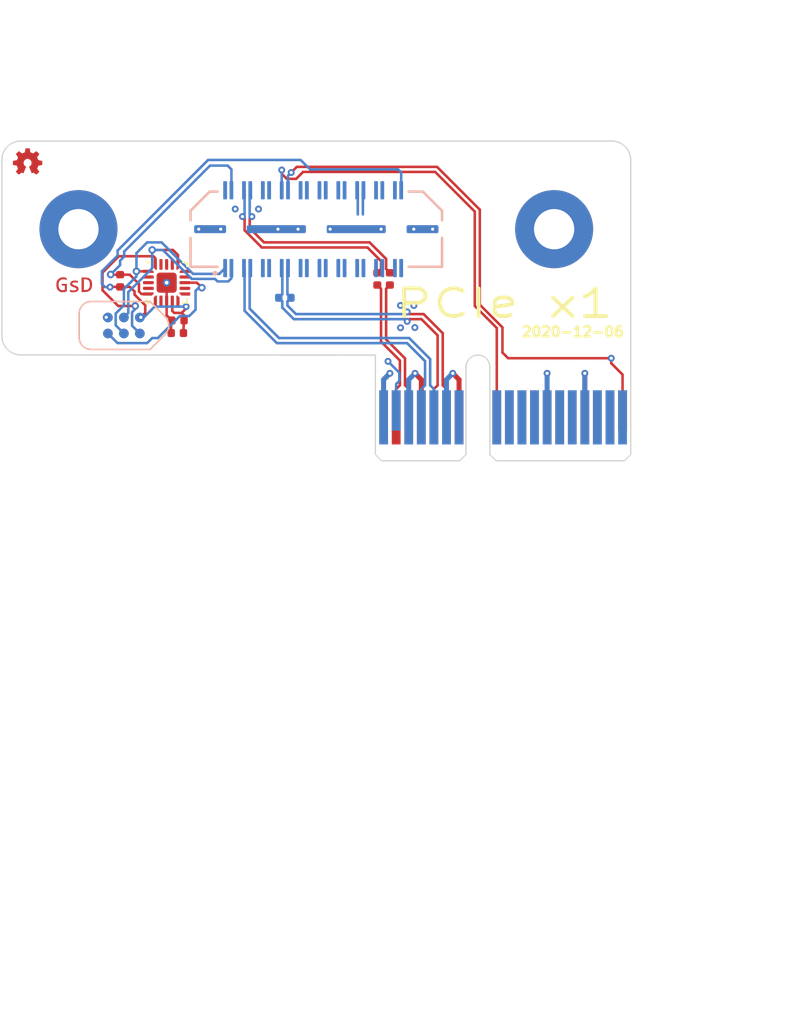
<source format=kicad_pcb>
(kicad_pcb (version 20221018) (generator pcbnew)
  (title_block (title "SYZYGY PCIe x1") (date "2020-12-06") (rev "r1.0") (company "GsD - @gregdavill"))
  (layers (0 "F.Cu" signal) (1 "In1.Cu" power) (2 "In2.Cu" signal) (31 "B.Cu" signal) (34 "B.Paste" user) (35 "F.Paste" user) (36 "B.SilkS" user "B.Silkscreen") (37 "F.SilkS" user "F.Silkscreen") (38 "B.Mask" user) (39 "F.Mask" user) (44 "Edge.Cuts" user))
  (net 0 "")
  (net 1 "GND")
  (net 2 "+3V3")
  (net 3 "/Peripheral MCU/MISO")
  (net 4 "/Peripheral MCU/~{RESET}")
  (net 5 "/SCL")
  (net 6 "/SDA")
  (net 7 "/RGA")
  (net 8 "/PER0_P")
  (net 9 "/VCCIO")
  (net 10 "/_PER0_P")
  (net 11 "Net-(J1-Pad19)")
  (net 12 "Net-(J1-Pad21)")
  (net 13 "Net-(J1-Pad23)")
  (net 14 "Net-(J1-Pad29)")
  (net 15 "/PET0_P")
  (net 16 "/PET0_N")
  (net 17 "Net-(J1-Pad30)")
  (net 18 "Net-(J1-Pad38)")
  (net 19 "Net-(J1-Pad37)")
  (net 20 "Net-(J1-Pad34)")
  (net 21 "Net-(J1-Pad31)")
  (net 22 "Net-(J1-Pad32)")
  (net 23 "Net-(J1-Pad9)")
  (net 24 "Net-(J1-Pad24)")
  (net 25 "Net-(J1-Pad22)")
  (net 26 "Net-(J1-Pad20)")
  (net 27 "Net-(J1-Pad18)")
  (net 28 "Net-(J1-Pad17)")
  (net 29 "Net-(J1-Pad10)")
  (net 30 "Net-(J1-Pad11)")
  (net 31 "Net-(J1-Pad12)")
  (net 32 "/PRSNT#")
  (net 33 "Net-(U2-Pad2)")
  (net 34 "Net-(U2-Pad3)")
  (net 35 "Net-(U2-Pad4)")
  (net 36 "Net-(U2-Pad11)")
  (net 37 "Net-(U2-Pad12)")
  (net 38 "Net-(U2-Pad14)")
  (net 39 "Net-(U2-Pad15)")
  (net 40 "/PERST#")
  (net 41 "Net-(J1-Pad25)")
  (net 42 "/REFCLK_P")
  (net 43 "/PER0_N")
  (net 44 "/_PER0_N")
  (net 45 "Net-(CN1-PadB1)")
  (net 46 "Net-(CN1-PadB2)")
  (net 47 "Net-(CN1-PadB3)")
  (net 48 "Net-(CN1-PadB5)")
  (net 49 "Net-(CN1-PadB6)")
  (net 50 "Net-(CN1-PadB8)")
  (net 51 "Net-(CN1-PadB9)")
  (net 52 "Net-(CN1-PadB10)")
  (net 53 "Net-(CN1-PadB11)")
  (net 54 "Net-(CN1-PadB12)")
  (net 55 "Net-(CN1-PadA2)")
  (net 56 "Net-(CN1-PadA3)")
  (net 57 "Net-(CN1-PadA5)")
  (net 58 "Net-(CN1-PadA6)")
  (net 59 "Net-(CN1-PadA7)")
  (net 60 "Net-(CN1-PadA8)")
  (net 61 "Net-(CN1-PadA9)")
  (net 62 "Net-(CN1-PadA10)")
  (net 63 "Net-(J1-Pad26)")
  (net 64 "Net-(J1-Pad27)")
  (net 65 "Net-(J1-Pad33)")
  (net 66 "Net-(J1-Pad35)")
  (net 67 "Net-(J1-Pad36)")
  (net 68 "Net-(J1-Pad28)")
  (net 69 "/REFCLK_N")
  (net 70 "+5V")
  (footprint "Package_DFN_QFN:QFN-20-1EP_3x3mm_P0.45mm_EP1.6x1.6mm" (layer "F.Cu") (at 118.1 92.45)
    (fp_text reference "U2" hide)
    (fp_text value "ATtiny44A-MMH" hide)
  )
  (footprint "Resistor_SMD:R_0402_1005Metric" (layer "F.Cu") (at 114.4 92.3 90)
    (fp_text reference "R15" hide)
    (fp_text value "10K" hide)
  )
  (footprint "Capacitor_SMD:C_0402_1005Metric" (layer "F.Cu") (at 119 95.45 180)
    (fp_text reference "C9" hide)
    (fp_text value "0.1uF" hide)
  )
  (footprint "Capacitor_SMD:C_0402_1005Metric" (layer "F.Cu") (at 118.95 96.449999 180)
    (fp_text reference "C10" hide)
    (fp_text value "1uF" hide)
  )
  (footprint "gkl_logos:oshw_small" (layer "F.Cu") (at 107.05 82.85)
    (fp_text reference "G***" hide)
    (fp_text value "LOGO" hide)
  )
  (footprint "Capacitor_SMD:C_0402_1005Metric" (layer "F.Cu") (at 135.85 92.15 -90)
    (fp_text reference "C1" hide)
    (fp_text value "0.1uF" hide)
  )
  (footprint "gkl_logos:gsd_logo_small" (layer "F.Cu") (at 110.75 92.7)
    (fp_text reference "G***" hide)
    (fp_text value "LOGO" hide)
  )
  (footprint "Capacitor_SMD:C_0402_1005Metric" (layer "F.Cu") (at 134.85 92.15 -90)
    (fp_text reference "C6" hide)
    (fp_text value "0.1uF" hide)
  )
  (footprint "pkl_tag_connect:TC2030-NL_SMALL" (layer "B.Cu") (at 114.7 95.85 180)
    (fp_text reference "J3" hide)
    (fp_text value "TagConnect" hide)
  )
  (footprint "gsd-footprints:SYZYGY-TXR-POD" (layer "B.Cu") (at 130 88.2 180)
    (fp_text reference "J1" hide)
    (fp_text value "SYZYGY-TXR-4" hide)
  )
  (footprint "Resistor_SMD:R_0402_1005Metric" (layer "B.Cu") (at 127.5 93.65)
    (fp_text reference "R1" hide)
    (fp_text value "100R" hide)
  )
  (footprint "Connector_PCBEdge:BUS_PCIexpress_x1" (layer "B.Cu") (at 154.35 103.15 180)
    (fp_text reference "CN1" hide)
    (fp_text value "PCIE-x1" hide)
    (fp_line (start -0.65 -2.95) (end -0.15 -3.45) (stroke (width 0.1)) (layer "Edge.Cuts"))
    (fp_line (start -0.65 4.95) (end -0.65 -2.95) (stroke (width 0.1)) (layer "Edge.Cuts"))
    (fp_line (start -0.15 -3.45) (end 10.05 -3.45) (stroke (width 0.1)) (layer "Edge.Cuts"))
    (fp_line (start 10.55 -2.95) (end 10.05 -3.45) (stroke (width 0.1)) (layer "Edge.Cuts"))
    (fp_line (start 10.55 4) (end 10.55 -2.95) (stroke (width 0.1)) (layer "Edge.Cuts"))
    (fp_line (start 12.45 -2.95) (end 12.95 -3.45) (stroke (width 0.1)) (layer "Edge.Cuts"))
    (fp_line (start 12.45 4) (end 12.45 -2.95) (stroke (width 0.1)) (layer "Edge.Cuts"))
    (fp_line (start 12.95 -3.45) (end 19.15 -3.45) (stroke (width 0.1)) (layer "Edge.Cuts"))
    (fp_line (start 19.65 -2.95) (end 19.15 -3.45) (stroke (width 0.1)) (layer "Edge.Cuts"))
    (fp_line (start 19.65 4.95) (end 19.65 -2.95) (stroke (width 0.1)) (layer "Edge.Cuts"))
    (fp_arc (start 12.45 4) (mid 11.5 4.95) (end 10.55 4) (stroke (width 0.1)) (layer "Edge.Cuts"))
  )
  (gr_line (start 106.5 81.2) (end 153.5 81.2) (stroke (width 0.1)) (layer "Edge.Cuts"))
  (gr_line (start 105 96.68934) (end 105 82.7) (stroke (width 0.1)) (layer "Edge.Cuts"))
  (gr_arc (start 105 82.7) (mid 105.43934 81.63934) (end 106.5 81.2) (stroke (width 0.1)) (layer "Edge.Cuts"))
  (gr_arc (start 153.5 81.2) (mid 154.56066 81.63934) (end 155 82.7) (stroke (width 0.1)) (layer "Edge.Cuts"))
  (gr_line (start 155 82.7) (end 155 98.2) (stroke (width 0.1)) (layer "Edge.Cuts"))
  (gr_line (start 134.7 98.2) (end 106.5 98.18934) (stroke (width 0.1)) (layer "Edge.Cuts"))
  (gr_arc (start 106.5 98.18934) (mid 105.43934 97.75) (end 105 96.68934) (stroke (width 0.1)) (layer "Edge.Cuts"))
  (gr_text "2020-12-06\n" (at 150.4 96.35) (layer "F.SilkS") (effects (font (size 0.8 0.8) (thickness 0.2))))
  (gr_text "PCIe x1\n" (at 144.95 94.1) (layer "F.SilkS") (effects (font (size 2.2 2.959) (thickness 0.3))))
  (segment (start 141.35 100.15) (end 141.35 103.15) (width 0.4) (layer "F.Cu") (net 1))
  (segment (start 118.1 93.9) (end 118.1 95.035) (width 0.2) (layer "F.Cu") (net 1))
  (segment (start 118.515 95.45) (end 118.45 95.95) (width 0.2) (layer "F.Cu") (net 1))
  (segment (start 135.35 100.15) (end 135.85 99.65) (width 0.4) (layer "F.Cu") (net 1))
  (segment (start 118.45 95.95) (end 118.465 96.45) (width 0.2) (layer "F.Cu") (net 1))
  (segment (start 151.35 103.15) (end 151.35 99.65) (width 0.4) (layer "F.Cu") (net 1))
  (segment (start 138.35 100.15) (end 138.35 103.15) (width 0.4) (layer "F.Cu") (net 1))
  (segment (start 135.35 103.15) (end 135.35 100.15) (width 0.4) (layer "F.Cu") (net 1))
  (segment (start 118.1 95.035) (end 118.515 95.45) (width 0.2) (layer "F.Cu") (net 1))
  (segment (start 140.85 99.65) (end 141.35 100.15) (width 0.4) (layer "F.Cu") (net 1))
  (segment (start 138.35 100.15) (end 137.85 99.65) (width 0.4) (layer "F.Cu") (net 1))
  (segment (start 118.1 92.45) (end 118.1 93.9) (width 0.2) (layer "F.Cu") (net 1))
  (via (at 118.1 92.45) (size 0.6) (drill 0.3) (layers "F.Cu" "B.Cu") (net 1))
  (via (at 113.3 95.2) (size 0.55) (drill 0.25) (layers "F.Cu" "B.Cu") (net 1))
  (via (at 136.69627 94.262916) (size 0.55) (drill 0.25) (layers "F.Cu" "B.Cu") (net 1))
  (via (at 148.35 99.65) (size 0.55) (drill 0.25) (layers "F.Cu" "B.Cu") (net 1))
  (via (at 135.15 88.2) (size 0.55) (drill 0.25) (layers "F.Cu" "B.Cu") (net 1))
  (via (at 125.4032 86.6) (size 0.55) (drill 0.25) (layers "F.Cu" "B.Cu") (net 1))
  (via (at 137.75693 94.262916) (size 0.55) (drill 0.25) (layers "F.Cu" "B.Cu") (net 1))
  (via (at 135.85 99.65) (size 0.55) (drill 0.25) (layers "F.Cu" "B.Cu") (net 1))
  (via (at 122.4 88.2) (size 0.55) (drill 0.25) (layers "F.Cu" "B.Cu") (net 1))
  (via (at 120.65 88.2) (size 0.55) (drill 0.25) (layers "F.Cu" "B.Cu") (net 1))
  (via (at 131.1 88.2) (size 0.55) (drill 0.25) (layers "F.Cu" "B.Cu") (net 1))
  (via (at 128.55 88.2) (size 0.55) (drill 0.25) (layers "F.Cu" "B.Cu") (net 1))
  (via (at 137.8367 96.0133) (size 0.55) (drill 0.25) (layers "F.Cu" "B.Cu") (net 1))
  (via (at 123.5532 86.6) (size 0.55) (drill 0.25) (layers "F.Cu" "B.Cu") (net 1))
  (via (at 137.75 88.2) (size 0.55) (drill 0.25) (layers "F.Cu" "B.Cu") (net 1))
  (via (at 139.25 88.2) (size 0.55) (drill 0.25) (layers "F.Cu" "B.Cu") (net 1))
  (via (at 140.85 99.65) (size 0.55) (drill 0.25) (layers "F.Cu" "B.Cu") (net 1))
  (via (at 136.69627 96.030683) (size 0.55) (drill 0.25) (layers "F.Cu" "B.Cu") (net 1))
  (via (at 137.85 99.65) (size 0.55) (drill 0.25) (layers "F.Cu" "B.Cu") (net 1))
  (via (at 126.95 88.2) (size 0.55) (drill 0.25) (layers "F.Cu" "B.Cu") (net 1))
  (via (at 151.35 99.65) (size 0.55) (drill 0.25) (layers "F.Cu" "B.Cu") (net 1))
  (segment (start 148.35 103.15) (end 148.35 99.65) (width 0.4) (layer "B.Cu") (net 1))
  (segment (start 137.35 100.15) (end 137.85 99.65) (width 0.4) (layer "B.Cu") (net 1))
  (segment (start 140.35 103.15) (end 140.35 100.15) (width 0.4) (layer "B.Cu") (net 1))
  (segment (start 135.35 103.15) (end 135.35 100.15) (width 0.4) (layer "B.Cu") (net 1))
  (segment (start 151.35 103.15) (end 151.35 99.65) (width 0.4) (layer "B.Cu") (net 1))
  (segment (start 135.35 100.15) (end 135.85 99.65) (width 0.4) (layer "B.Cu") (net 1))
  (segment (start 137.35 103.15) (end 137.35 100.15) (width 0.4) (layer "B.Cu") (net 1))
  (segment (start 140.35 100.15) (end 140.85 99.65) (width 0.4) (layer "B.Cu") (net 1))
  (segment (start 119.5 95.05) (end 119.485 95.45) (width 0.2) (layer "F.Cu") (net 2))
  (segment (start 118.55 93.9) (end 118.55 94.7) (width 0.2) (layer "F.Cu") (net 2))
  (segment (start 116.049999 95.2) (end 116.4 94.85) (width 0.2) (layer "F.Cu") (net 2))
  (segment (start 116.4 94.85) (end 116.4 94.25) (width 0.2) (layer "F.Cu") (net 2))
  (segment (start 115.55 93.4) (end 115.55 93.15) (width 0.2) (layer "F.Cu") (net 2))
  (segment (start 113.614999 92.785) (end 113.6 92.8) (width 0.2) (layer "F.Cu") (net 2))
  (segment (start 119.65 94.5) (end 119.65 94.35) (width 0.2) (layer "F.Cu") (net 2))
  (segment (start 118.55 94.7) (end 118.7 94.85) (width 0.2) (layer "F.Cu") (net 2))
  (segment (start 119.3 94.85) (end 119.5 95.05) (width 0.2) (layer "F.Cu") (net 2))
  (segment (start 119.449999 95.95) (end 119.435 96.45) (width 0.2) (layer "F.Cu") (net 2))
  (segment (start 119.3 94.85) (end 119.65 94.5) (width 0.2) (layer "F.Cu") (net 2))
  (segment (start 116.4 94.25) (end 115.55 93.4) (width 0.2) (layer "F.Cu") (net 2))
  (segment (start 114.4 92.785) (end 113.614999 92.785) (width 0.2) (layer "F.Cu") (net 2))
  (segment (start 119.485 95.45) (end 119.449999 95.95) (width 0.2) (layer "F.Cu") (net 2))
  (segment (start 115.185 92.785) (end 114.4 92.785) (width 0.2) (layer "F.Cu") (net 2))
  (segment (start 115.55 93.15) (end 115.185 92.785) (width 0.2) (layer "F.Cu") (net 2))
  (segment (start 118.7 94.85) (end 119.3 94.85) (width 0.2) (layer "F.Cu") (net 2))
  (via (at 119.65 94.35) (size 0.55) (drill 0.25) (layers "F.Cu" "B.Cu") (net 2))
  (via (at 113.6 92.8) (size 0.55) (drill 0.25) (layers "F.Cu" "B.Cu") (net 2))
  (via (at 116.049999 95.2) (size 0.55) (drill 0.25) (layers "F.Cu" "B.Cu") (net 2))
  (segment (start 117.15 94.35) (end 119.65 94.35) (width 0.2) (layer "B.Cu") (net 2))
  (segment (start 116.285 95.215) (end 117.15 94.35) (width 0.2) (layer "B.Cu") (net 2))
  (segment (start 113.2 92.8) (end 113.6 92.8) (width 0.2) (layer "B.Cu") (net 2))
  (segment (start 136.5 83.45) (end 129.5 83.45) (width 0.2) (layer "B.Cu") (net 2))
  (segment (start 118.15 85.95) (end 121.4 82.7) (width 0.2) (layer "B.Cu") (net 2))
  (segment (start 114.2 89.9) (end 114.2 90.3) (width 0.2) (layer "B.Cu") (net 2))
  (segment (start 115.97 95.215) (end 116.285 95.215) (width 0.2) (layer "B.Cu") (net 2))
  (segment (start 136.75 83.7) (end 136.5 83.45) (width 0.2) (layer "B.Cu") (net 2))
  (segment (start 112.95 92.55) (end 113.2 92.8) (width 0.2) (layer "B.Cu") (net 2))
  (segment (start 128.75 82.7) (end 124.85 82.7) (width 0.2) (layer "B.Cu") (net 2))
  (segment (start 114.2 90.3) (end 112.95 91.55) (width 0.2) (layer "B.Cu") (net 2))
  (segment (start 118.15 85.95) (end 114.2 89.9) (width 0.2) (layer "B.Cu") (net 2))
  (segment (start 129.5 83.45) (end 128.75 82.7) (width 0.2) (layer "B.Cu") (net 2))
  (segment (start 121.4 82.7) (end 124.85 82.7) (width 0.2) (layer "B.Cu") (net 2))
  (segment (start 136.75 85.11) (end 136.75 83.7) (width 0.2) (layer "B.Cu") (net 2))
  (segment (start 112.95 91.55) (end 112.95 92.55) (width 0.2) (layer "B.Cu") (net 2))
  (segment (start 113 93.05) (end 113 91.65) (width 0.2) (layer "F.Cu") (net 3))
  (segment (start 114.25 94.3) (end 113 93.05) (width 0.2) (layer "F.Cu") (net 3))
  (segment (start 114.3 90.35) (end 117.05 90.35) (width 0.2) (layer "F.Cu") (net 3))
  (segment (start 117.05 90.35) (end 117.2 90.5) (width 0.2) (layer "F.Cu") (net 3))
  (segment (start 113 91.65) (end 114.3 90.35) (width 0.2) (layer "F.Cu") (net 3))
  (segment (start 117.2 90.5) (end 117.2 91) (width 0.2) (layer "F.Cu") (net 3))
  (segment (start 115.6 94.3) (end 114.25 94.3) (width 0.2) (layer "F.Cu") (net 3))
  (via (at 115.6 94.3) (size 0.6) (drill 0.3) (layers "F.Cu" "B.Cu") (net 3))
  (segment (start 115.35 94.8) (end 115.350001 95.865) (width 0.2) (layer "B.Cu") (net 3))
  (segment (start 115.6 94.55) (end 115.35 94.8) (width 0.2) (layer "B.Cu") (net 3))
  (segment (start 115.350001 95.865) (end 115.97 96.485) (width 0.2) (layer "B.Cu") (net 3))
  (segment (start 115.6 94.3) (end 115.6 94.55) (width 0.2) (layer "B.Cu") (net 3))
  (segment (start 120.9 92.85) (end 120.5 92.45) (width 0.2) (layer "F.Cu") (net 4))
  (segment (start 120.5 92.45) (end 119.55 92.45) (width 0.2) (layer "F.Cu") (net 4))
  (via (at 120.9 92.85) (size 0.6) (drill 0.3) (layers "F.Cu" "B.Cu") (net 4))
  (segment (start 114.195 97.25) (end 113.430001 96.485) (width 0.2) (layer "B.Cu") (net 4))
  (segment (start 119.9 95.1) (end 119.15 95.1) (width 0.2) (layer "B.Cu") (net 4))
  (segment (start 120.4 94.6) (end 119.9 95.1) (width 0.2) (layer "B.Cu") (net 4))
  (segment (start 116.95 96.850001) (end 116.55 97.25) (width 0.2) (layer "B.Cu") (net 4))
  (segment (start 117.4 96.850001) (end 116.95 96.850001) (width 0.2) (layer "B.Cu") (net 4))
  (segment (start 116.55 97.25) (end 114.195 97.25) (width 0.2) (layer "B.Cu") (net 4))
  (segment (start 120.4 93.1) (end 120.4 94.6) (width 0.2) (layer "B.Cu") (net 4))
  (segment (start 120.9 92.85) (end 120.65 92.85) (width 0.2) (layer "B.Cu") (net 4))
  (segment (start 120.65 92.85) (end 120.4 93.1) (width 0.2) (layer "B.Cu") (net 4))
  (segment (start 119.15 95.1) (end 117.4 96.850001) (width 0.2) (layer "B.Cu") (net 4))
  (segment (start 115.7 91.55) (end 116.65 91.55) (width 0.2) (layer "F.Cu") (net 5))
  (via (at 115.7 91.55) (size 0.6) (drill 0.3) (layers "F.Cu" "B.Cu") (net 5))
  (segment (start 116.55 89.25) (end 117.7 89.25) (width 0.2) (layer "B.Cu") (net 5))
  (segment (start 115.7 90.1) (end 116.55 89.25) (width 0.2) (layer "B.Cu") (net 5))
  (segment (start 115.7 91.55) (end 115.7 90.1) (width 0.2) (layer "B.Cu") (net 5))
  (segment (start 114.7 92.95) (end 115.7 91.95) (width 0.2) (layer "B.Cu") (net 5))
  (segment (start 114.05 94.9) (end 114.7 94.25) (width 0.2) (layer "B.Cu") (net 5))
  (segment (start 114.05 95.835) (end 114.05 94.9) (width 0.2) (layer "B.Cu") (net 5))
  (segment (start 122.29 91.75) (end 122.75 91.29) (width 0.2) (layer "B.Cu") (net 5))
  (segment (start 120.2 91.75) (end 122.29 91.75) (width 0.2) (layer "B.Cu") (net 5))
  (segment (start 114.7 94.25) (end 114.7 92.95) (width 0.2) (layer "B.Cu") (net 5))
  (segment (start 114.7 96.485) (end 114.05 95.835) (width 0.2) (layer "B.Cu") (net 5))
  (segment (start 117.7 89.25) (end 120.2 91.75) (width 0.2) (layer "B.Cu") (net 5))
  (segment (start 115.7 91.95) (end 115.7 91.55) (width 0.2) (layer "B.Cu") (net 5))
  (segment (start 116.95 89.85) (end 118.6 89.85) (width 0.2) (layer "F.Cu") (net 6))
  (segment (start 118.6 89.85) (end 119 90.25) (width 0.2) (layer "F.Cu") (net 6))
  (segment (start 119 90.25) (end 119 91) (width 0.2) (layer "F.Cu") (net 6))
  (via (at 116.95 89.85) (size 0.6) (drill 0.3) (layers "F.Cu" "B.Cu") (net 6))
  (segment (start 116.95 91.3) (end 115.049989 93.200011) (width 0.2) (layer "B.Cu") (net 6))
  (segment (start 123 92.35) (end 122.15 92.35) (width 0.2) (layer "B.Cu") (net 6))
  (segment (start 121.95 92.15) (end 120.1 92.15) (width 0.2) (layer "B.Cu") (net 6))
  (segment (start 116.95 89.85) (end 116.95 91.3) (width 0.2) (layer "B.Cu") (net 6))
  (segment (start 123.25 92.1) (end 123 92.35) (width 0.2) (layer "B.Cu") (net 6))
  (segment (start 117.8 89.85) (end 116.95 89.85) (width 0.2) (layer "B.Cu") (net 6))
  (segment (start 123.25 91.29) (end 123.25 92.1) (width 0.2) (layer "B.Cu") (net 6))
  (segment (start 115.049989 94.865011) (end 114.7 95.215) (width 0.2) (layer "B.Cu") (net 6))
  (segment (start 115.049989 93.200011) (end 115.049989 94.865011) (width 0.2) (layer "B.Cu") (net 6))
  (segment (start 122.15 92.35) (end 121.95 92.15) (width 0.2) (layer "B.Cu") (net 6))
  (segment (start 120.1 92.15) (end 117.8 89.85) (width 0.2) (layer "B.Cu") (net 6))
  (segment (start 113.665 91.815) (end 113.65 91.8) (width 0.2) (layer "F.Cu") (net 7))
  (segment (start 115.899999 92.55) (end 115.164999 91.815) (width 0.2) (layer "F.Cu") (net 7))
  (segment (start 116.65 93.35) (end 116.1 93.35) (width 0.2) (layer "F.Cu") (net 7))
  (segment (start 115.164999 91.815) (end 114.4 91.815) (width 0.2) (layer "F.Cu") (net 7))
  (segment (start 116.1 93.35) (end 115.899999 93.15) (width 0.2) (layer "F.Cu") (net 7))
  (segment (start 115.899999 93.15) (end 115.899999 92.55) (width 0.2) (layer "F.Cu") (net 7))
  (segment (start 114.4 91.815) (end 113.665 91.815) (width 0.2) (layer "F.Cu") (net 7))
  (via (at 113.65 91.8) (size 0.6) (drill 0.3) (layers "F.Cu" "B.Cu") (net 7))
  (segment (start 114.4 90.7) (end 114.725 90.375) (width 0.2) (layer "B.Cu") (net 7))
  (segment (start 122.95 83.15) (end 121.55 83.15) (width 0.2) (layer "B.Cu") (net 7))
  (segment (start 114.725 89.975) (end 118.875 85.825) (width 0.2) (layer "B.Cu") (net 7))
  (segment (start 114.725 90.375) (end 114.725 89.975) (width 0.2) (layer "B.Cu") (net 7))
  (segment (start 113.65 91.8) (end 114.4 91.05) (width 0.2) (layer "B.Cu") (net 7))
  (segment (start 114.4 91.05) (end 114.4 90.7) (width 0.2) (layer "B.Cu") (net 7))
  (segment (start 121.55 83.15) (end 118.875 85.825) (width 0.2) (layer "B.Cu") (net 7))
  (segment (start 123.25 83.45) (end 122.95 83.15) (width 0.2) (layer "B.Cu") (net 7))
  (segment (start 123.25 85.11) (end 123.25 83.45) (width 0.2) (layer "B.Cu") (net 7))
  (segment (start 137.0532 100.6032) (end 137.0532 98.46583) (width 0.2032) (layer "F.Cu") (net 8))
  (segment (start 137.35 103.15) (end 137.35 100.9) (width 0.2032) (layer "F.Cu") (net 8))
  (segment (start 137.35 100.9) (end 137.0532 100.6032) (width 0.2032) (layer "F.Cu") (net 8))
  (segment (start 135.5532 96.96583) (end 135.5532 92.9318) (width 0.2032) (layer "F.Cu") (net 8))
  (segment (start 135.5532 92.9318) (end 135.85 92.635) (width 0.2032) (layer "F.Cu") (net 8))
  (segment (start 137.0532 98.46583) (end 135.5532 96.96583) (width 0.2032) (layer "F.Cu") (net 8))
  (segment (start 135.85 91.665) (end 135.5532 91.3682) (width 0.2032) (layer "F.Cu") (net 10))
  (segment (start 135.5532 90.56583) (end 134.23417 89.2468) (width 0.2032) (layer "F.Cu") (net 10))
  (segment (start 124.7064 87.3734) (end 124.8798 87.2) (width 0.2032) (layer "F.Cu") (net 10))
  (segment (start 134.23417 89.2468) (end 125.83417 89.2468) (width 0.2032) (layer "F.Cu") (net 10))
  (segment (start 135.5532 91.3682) (end 135.5532 90.56583) (width 0.2032) (layer "F.Cu") (net 10))
  (segment (start 125.83417 89.2468) (end 124.7064 88.11903) (width 0.2032) (layer "F.Cu") (net 10))
  (segment (start 124.7064 88.11903) (end 124.7064 87.3734) (width 0.2032) (layer "F.Cu") (net 10))
  (via (at 124.8798 87.2) (size 0.55) (drill 0.25) (layers "F.Cu" "B.Cu") (net 10))
  (segment (start 124.7032 85.1568) (end 124.7032 86.41583) (width 0.2032) (layer "B.Cu") (net 10))
  (segment (start 124.7032 87.0234) (end 124.8798 87.2) (width 0.2) (layer "B.Cu") (net 10))
  (segment (start 124.75 85.11) (end 124.7032 85.1568) (width 0.2032) (layer "B.Cu") (net 10))
  (segment (start 124.7032 86.41583) (end 124.7032 87.0234) (width 0.2) (layer "B.Cu") (net 10))
  (segment (start 124.7032 94.51583) (end 124.7032 91.3368) (width 0.2032) (layer "B.Cu") (net 15))
  (segment (start 139.0532 98.51583) (end 137.38417 96.8468) (width 0.2032) (layer "B.Cu") (net 15))
  (segment (start 139.35 103.15) (end 139.35 100.9) (width 0.2032) (layer "B.Cu") (net 15))
  (segment (start 124.7032 91.3368) (end 124.75 91.29) (width 0.2032) (layer "B.Cu") (net 15))
  (segment (start 139.35 100.9) (end 139.0532 100.6032) (width 0.2032) (layer "B.Cu") (net 15))
  (segment (start 139.0532 100.6032) (end 139.0532 98.51583) (width 0.2032) (layer "B.Cu") (net 15))
  (segment (start 127.03417 96.8468) (end 124.7032 94.51583) (width 0.2032) (layer "B.Cu") (net 15))
  (segment (start 137.38417 96.8468) (end 127.03417 96.8468) (width 0.2032) (layer "B.Cu") (net 15))
  (segment (start 124.2968 94.68417) (end 124.2968 91.3368) (width 0.2032) (layer "B.Cu") (net 16))
  (segment (start 138.35 103.15) (end 138.35 100.9) (width 0.2032) (layer "B.Cu") (net 16))
  (segment (start 124.2968 91.3368) (end 124.25 91.29) (width 0.2032) (layer "B.Cu") (net 16))
  (segment (start 126.86583 97.2532) (end 124.2968 94.68417) (width 0.2032) (layer "B.Cu") (net 16))
  (segment (start 138.6468 100.6032) (end 138.6468 98.68417) (width 0.2032) (layer "B.Cu") (net 16))
  (segment (start 137.21583 97.2532) (end 126.86583 97.2532) (width 0.2032) (layer "B.Cu") (net 16))
  (segment (start 138.35 100.9) (end 138.6468 100.6032) (width 0.2032) (layer "B.Cu") (net 16))
  (segment (start 138.6468 98.68417) (end 137.21583 97.2532) (width 0.2032) (layer "B.Cu") (net 16))
  (segment (start 133.2968 87.0266) (end 133.2968 85.1568) (width 0.2032) (layer "B.Cu") (net 17))
  (segment (start 133.7032 87.0266) (end 133.7032 85.1568) (width 0.2032) (layer "B.Cu") (net 22))
  (segment (start 144.8 96) (end 143 94.2) (width 0.2) (layer "F.Cu") (net 32))
  (segment (start 154.35 99.75) (end 153.45 98.85) (width 0.2) (layer "F.Cu") (net 32))
  (segment (start 154.35 102.6) (end 154.35 99.75) (width 0.2) (layer "F.Cu") (net 32))
  (segment (start 128.45 83.25) (end 128 83.7) (width 0.2) (layer "F.Cu") (net 32))
  (segment (start 145.25 98.45) (end 144.8 98) (width 0.2) (layer "F.Cu") (net 32))
  (segment (start 139.6 83.25) (end 128.45 83.25) (width 0.2) (layer "F.Cu") (net 32))
  (segment (start 143 94.2) (end 143 86.65) (width 0.2) (layer "F.Cu") (net 32))
  (segment (start 153.45 98.85) (end 153.45 98.45) (width 0.2) (layer "F.Cu") (net 32))
  (segment (start 144.8 98) (end 144.8 96) (width 0.2) (layer "F.Cu") (net 32))
  (segment (start 148.5 98.45) (end 145.25 98.45) (width 0.2) (layer "F.Cu") (net 32))
  (segment (start 148.5 98.45) (end 153.45 98.45) (width 0.2) (layer "F.Cu") (net 32))
  (segment (start 143 86.65) (end 139.6 83.25) (width 0.2) (layer "F.Cu") (net 32))
  (via (at 153.45 98.45) (size 0.55) (drill 0.25) (layers "F.Cu" "B.Cu") (net 32))
  (via (at 135.7 98.7) (size 0.55) (drill 0.25) (layers "F.Cu" "B.Cu") (net 32))
  (via (at 128 83.7) (size 0.55) (drill 0.25) (layers "F.Cu" "B.Cu") (net 32))
  (segment (start 128 83.7) (end 127.75 83.95) (width 0.2) (layer "B.Cu") (net 32))
  (segment (start 136.35 100.5) (end 136.35 102.6) (width 0.2) (layer "B.Cu") (net 32))
  (segment (start 127.75 83.95) (end 127.75 85.11) (width 0.2) (layer "B.Cu") (net 32))
  (segment (start 135.7 98.7) (end 136.6 99.6) (width 0.2) (layer "B.Cu") (net 32))
  (segment (start 136.6 99.6) (end 136.6 100.25) (width 0.2) (layer "B.Cu") (net 32))
  (segment (start 136.6 100.25) (end 136.35 100.5) (width 0.2) (layer "B.Cu") (net 32))
  (segment (start 127.25 83.5) (end 127.25 83.8) (width 0.2) (layer "F.Cu") (net 40))
  (segment (start 144.35 99.4) (end 144.35 103.15) (width 0.2) (layer "F.Cu") (net 40))
  (segment (start 128.95 83.65) (end 139.45 83.65) (width 0.2) (layer "F.Cu") (net 40))
  (segment (start 142.6 94.3) (end 143.825 95.525) (width 0.2) (layer "F.Cu") (net 40))
  (segment (start 144.35 98.75) (end 144.35 96.05) (width 0.2) (layer "F.Cu") (net 40))
  (segment (start 127.25 83.8) (end 127.65 84.2) (width 0.2) (layer "F.Cu") (net 40))
  (segment (start 139.45 83.65) (end 142.6 86.8) (width 0.2) (layer "F.Cu") (net 40))
  (segment (start 142.6 86.8) (end 142.6 94.3) (width 0.2) (layer "F.Cu") (net 40))
  (segment (start 144.35 96.05) (end 143.825 95.525) (width 0.2) (layer "F.Cu") (net 40))
  (segment (start 144.35 98.75) (end 144.35 99.4) (width 0.2) (layer "F.Cu") (net 40))
  (segment (start 127.65 84.2) (end 128.4 84.2) (width 0.2) (layer "F.Cu") (net 40))
  (segment (start 128.4 84.2) (end 128.95 83.65) (width 0.2) (layer "F.Cu") (net 40))
  (via (at 127.25 83.5) (size 0.55) (drill 0.25) (layers "F.Cu" "B.Cu") (net 40))
  (segment (start 127.25 85.11) (end 127.25 83.5) (width 0.2) (layer "B.Cu") (net 40))
  (segment (start 137.400001 94.943599) (end 137.2266 94.770198) (width 0.2032) (layer "F.Cu") (net 42))
  (segment (start 140.35 100.9) (end 140.0532 100.6032) (width 0.2032) (layer "F.Cu") (net 42))
  (segment (start 140.35 103.15) (end 140.35 100.9) (width 0.2032) (layer "F.Cu") (net 42))
  (segment (start 137.4 94.943599) (end 137.2266 94.770198) (width 0.2032) (layer "F.Cu") (net 42))
  (segment (start 138.530969 94.943599) (end 137.400001 94.943599) (width 0.2032) (layer "F.Cu") (net 42))
  (segment (start 140.0532 96.46583) (end 138.530969 94.943599) (width 0.2032) (layer "F.Cu") (net 42))
  (segment (start 140.0532 100.6032) (end 140.0532 96.46583) (width 0.2032) (layer "F.Cu") (net 42))
  (via (at 137.2266 94.770198) (size 0.55) (drill 0.25) (layers "F.Cu" "B.Cu") (net 42))
  (segment (start 128.380969 94.943599) (end 127.7032 94.26583) (width 0.2032) (layer "B.Cu") (net 42))
  (segment (start 127.75 91.29) (end 127.7032 91.3368) (width 0.2032) (layer "B.Cu") (net 42))
  (segment (start 137.2266 94.770198) (end 137.0532 94.943599) (width 0.2032) (layer "B.Cu") (net 42))
  (segment (start 127.7032 91.3368) (end 127.7032 93.3682) (width 0.2032) (layer "B.Cu") (net 42))
  (segment (start 127.7032 93.9318) (end 127.985 93.65) (width 0.2032) (layer "B.Cu") (net 42))
  (segment (start 127.7032 94.26583) (end 127.7032 93.9318) (width 0.2032) (layer "B.Cu") (net 42))
  (segment (start 137.053199 94.943599) (end 128.380969 94.943599) (width 0.2032) (layer "B.Cu") (net 42))
  (segment (start 137.053199 94.943599) (end 137.2266 94.770198) (width 0.2032) (layer "B.Cu") (net 42))
  (segment (start 127.7032 93.3682) (end 127.985 93.65) (width 0.2032) (layer "B.Cu") (net 42))
  (segment (start 136.6468 100.6032) (end 136.6468 98.63417) (width 0.2032) (layer "F.Cu") (net 43))
  (segment (start 136.6468 98.63417) (end 135.1468 97.13417) (width 0.2032) (layer "F.Cu") (net 43))
  (segment (start 135.1468 92.9318) (end 134.85 92.635) (width 0.2032) (layer "F.Cu") (net 43))
  (segment (start 135.1468 97.13417) (end 135.1468 92.9318) (width 0.2032) (layer "F.Cu") (net 43))
  (segment (start 136.35 100.9) (end 136.6468 100.6032) (width 0.2032) (layer "F.Cu") (net 43))
  (segment (start 136.35 103.15) (end 136.35 100.9) (width 0.2032) (layer "F.Cu") (net 43))
  (segment (start 124.3 88.28737) (end 124.3 87.3734) (width 0.2032) (layer "F.Cu") (net 44))
  (segment (start 124.3 87.3734) (end 124.1266 87.2) (width 0.2032) (layer "F.Cu") (net 44))
  (segment (start 125.66583 89.6532) (end 124.3 88.28737) (width 0.2032) (layer "F.Cu") (net 44))
  (segment (start 135.1468 91.3682) (end 135.1468 90.73417) (width 0.2032) (layer "F.Cu") (net 44))
  (segment (start 134.06583 89.6532) (end 125.66583 89.6532) (width 0.2032) (layer "F.Cu") (net 44))
  (segment (start 135.1468 90.73417) (end 134.06583 89.6532) (width 0.2032) (layer "F.Cu") (net 44))
  (segment (start 134.85 91.665) (end 135.1468 91.3682) (width 0.2032) (layer "F.Cu") (net 44))
  (via (at 124.1266 87.2) (size 0.55) (drill 0.25) (layers "F.Cu" "B.Cu") (net 44))
  (segment (start 124.2968 85.1568) (end 124.2968 86.58417) (width 0.2032) (layer "B.Cu") (net 44))
  (segment (start 124.25 85.11) (end 124.2968 85.1568) (width 0.2032) (layer "B.Cu") (net 44))
  (segment (start 124.2968 86.58417) (end 124.2968 87.0298) (width 0.2) (layer "B.Cu") (net 44))
  (segment (start 124.2968 87.0298) (end 124.1266 87.2) (width 0.2) (layer "B.Cu") (net 44))
  (segment (start 137.4 95.35) (end 137.2266 95.5234) (width 0.2032) (layer "F.Cu") (net 69))
  (segment (start 138.362629 95.349999) (end 137.400001 95.349999) (width 0.2032) (layer "F.Cu") (net 69))
  (segment (start 139.6468 100.6032) (end 139.6468 96.63417) (width 0.2032) (layer "F.Cu") (net 69))
  (segment (start 139.35 100.9) (end 139.6468 100.6032) (width 0.2032) (layer "F.Cu") (net 69))
  (segment (start 137.400001 95.349999) (end 137.2266 95.5234) (width 0.2032) (layer "F.Cu") (net 69))
  (segment (start 139.6468 96.63417) (end 138.362629 95.349999) (width 0.2032) (layer "F.Cu") (net 69))
  (segment (start 139.35 103.15) (end 139.35 100.9) (width 0.2032) (layer "F.Cu") (net 69))
  (via (at 137.2266 95.5234) (size 0.55) (drill 0.25) (layers "F.Cu" "B.Cu") (net 69))
  (segment (start 127.2968 91.3368) (end 127.2968 93.3682) (width 0.2032) (layer "B.Cu") (net 69))
  (segment (start 137.053199 95.349999) (end 137.2266 95.5234) (width 0.2032) (layer "B.Cu") (net 69))
  (segment (start 137.2266 95.5234) (end 137.0532 95.35) (width 0.2032) (layer "B.Cu") (net 69))
  (segment (start 127.2968 93.9318) (end 127.015 93.65) (width 0.2032) (layer "B.Cu") (net 69))
  (segment (start 127.2968 94.43417) (end 127.2968 93.9318) (width 0.2032) (layer "B.Cu") (net 69))
  (segment (start 137.053199 95.349999) (end 128.212629 95.349999) (width 0.2032) (layer "B.Cu") (net 69))
  (segment (start 127.2968 93.3682) (end 127.015 93.65) (width 0.2032) (layer "B.Cu") (net 69))
  (segment (start 127.25 91.29) (end 127.2968 91.3368) (width 0.2032) (layer "B.Cu") (net 69))
  (segment (start 128.212629 95.349999) (end 127.2968 94.43417) (width 0.2032) (layer "B.Cu") (net 69))
)
</source>
